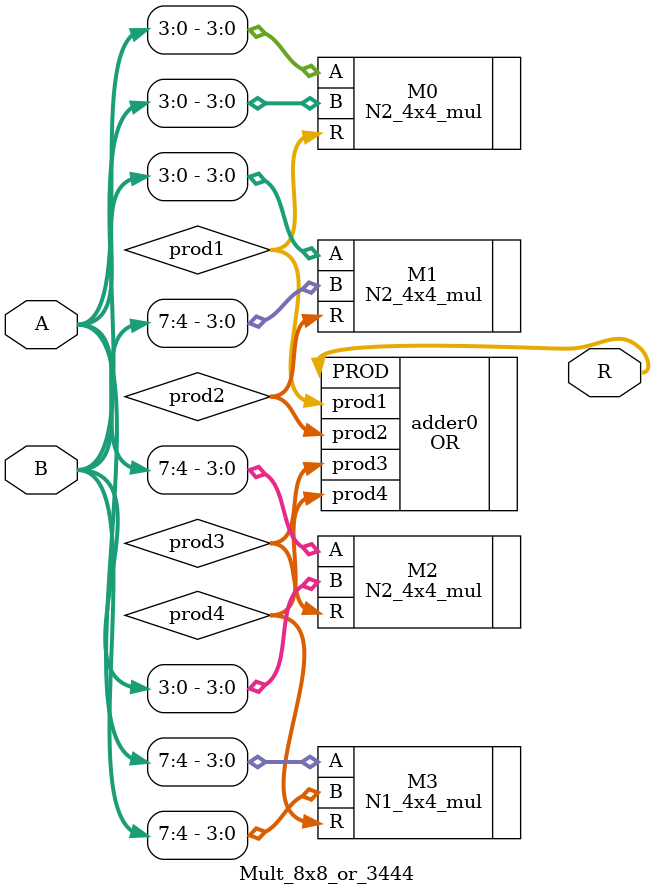
<source format=v>
module Mult_8x8_or_3444(
input [7:0] A,
input [7:0] B,
output [15:0]R
);
wire [7:0]prod1;
wire [7:0]prod2;
wire [7:0]prod3;
wire [7:0]prod4;

N2_4x4_mul M0(.A(A[3:0]),.B(B[3:0]),.R(prod1));
N2_4x4_mul M1(.A(A[3:0]),.B(B[7:4]),.R(prod2));
N2_4x4_mul M2(.A(A[7:4]),.B(B[3:0]),.R(prod3));
N1_4x4_mul M3(.A(A[7:4]),.B(B[7:4]),.R(prod4));
OR adder0(.prod1(prod1),.prod2(prod2),.prod3(prod3),.prod4(prod4),.PROD(R));
endmodule

</source>
